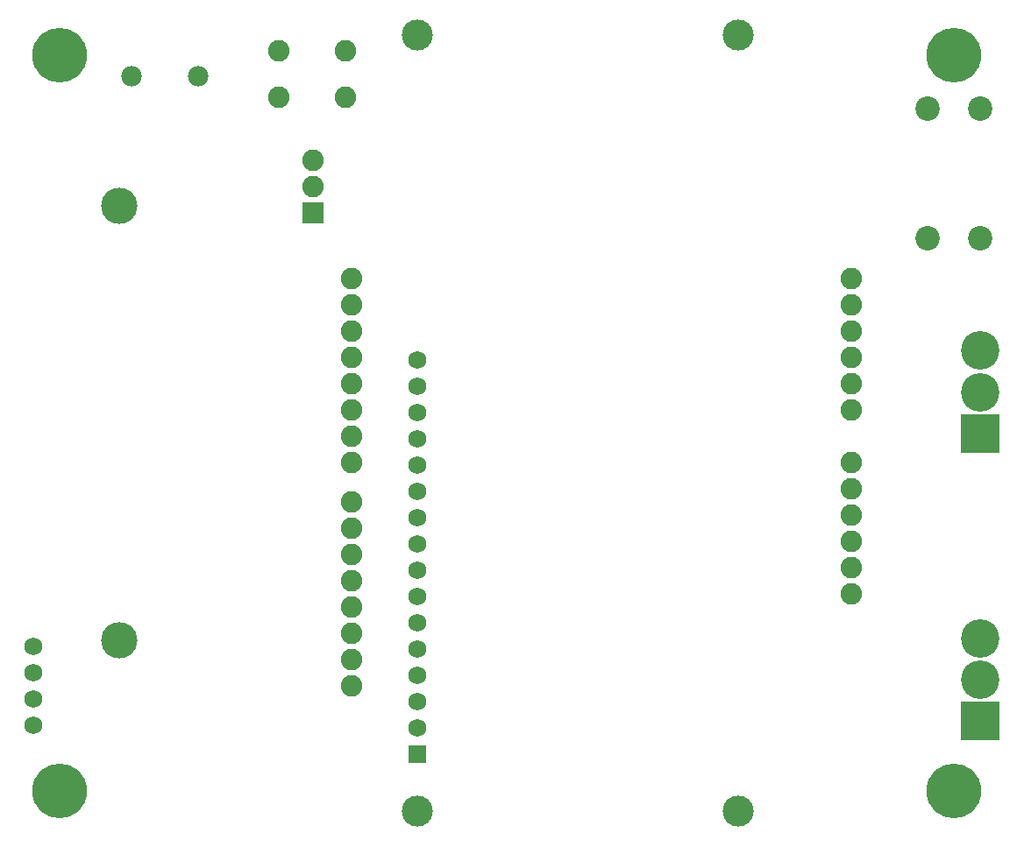
<source format=gbs>
G75*
%MOIN*%
%OFA0B0*%
%FSLAX24Y24*%
%IPPOS*%
%LPD*%
%AMOC8*
5,1,8,0,0,1.08239X$1,22.5*
%
%ADD10C,0.2080*%
%ADD11R,0.0680X0.0680*%
%ADD12C,0.0680*%
%ADD13C,0.1182*%
%ADD14C,0.0780*%
%ADD15C,0.1464*%
%ADD16R,0.1464X0.1464*%
%ADD17C,0.0930*%
%ADD18C,0.0820*%
%ADD19R,0.0820X0.0820*%
%ADD20C,0.1379*%
D10*
X005060Y009950D03*
X005060Y037950D03*
X039060Y037950D03*
X039060Y009950D03*
D11*
X018658Y011352D03*
D12*
X018658Y012352D03*
X018658Y013352D03*
X018658Y014352D03*
X018658Y015352D03*
X018658Y016352D03*
X018658Y017352D03*
X018658Y018352D03*
X018658Y019352D03*
X018658Y020352D03*
X018658Y021352D03*
X018658Y022352D03*
X018658Y023352D03*
X018658Y024352D03*
X018658Y025352D03*
X018658Y026352D03*
X004060Y015450D03*
X004060Y014450D03*
X004060Y013450D03*
X004060Y012450D03*
D13*
X018658Y009186D03*
X030862Y009186D03*
X030862Y038714D03*
X018658Y038714D03*
D14*
X010340Y037150D03*
X007781Y037150D03*
D15*
X040060Y026714D03*
X040060Y025139D03*
X040060Y015775D03*
X040060Y014200D03*
D16*
X040060Y012625D03*
X040060Y023564D03*
D17*
X040044Y030989D03*
X038076Y030989D03*
X038076Y035911D03*
X040044Y035911D03*
D18*
X035160Y029450D03*
X035160Y028450D03*
X035160Y027450D03*
X035160Y026450D03*
X035160Y025450D03*
X035160Y024450D03*
X035160Y022450D03*
X035160Y021450D03*
X035160Y020450D03*
X035160Y019450D03*
X035160Y018450D03*
X035160Y017450D03*
X016160Y016950D03*
X016160Y017950D03*
X016160Y018950D03*
X016160Y019950D03*
X016160Y020950D03*
X016160Y022450D03*
X016160Y023450D03*
X016160Y024450D03*
X016160Y025450D03*
X016160Y026450D03*
X016160Y027450D03*
X016160Y028450D03*
X016160Y029450D03*
X014680Y032950D03*
X014680Y033950D03*
X015940Y036360D03*
X015940Y038140D03*
X013380Y038140D03*
X013380Y036360D03*
X016160Y015950D03*
X016160Y014950D03*
X016160Y013950D03*
D19*
X014680Y031950D03*
D20*
X007310Y032218D03*
X007310Y015682D03*
M02*

</source>
